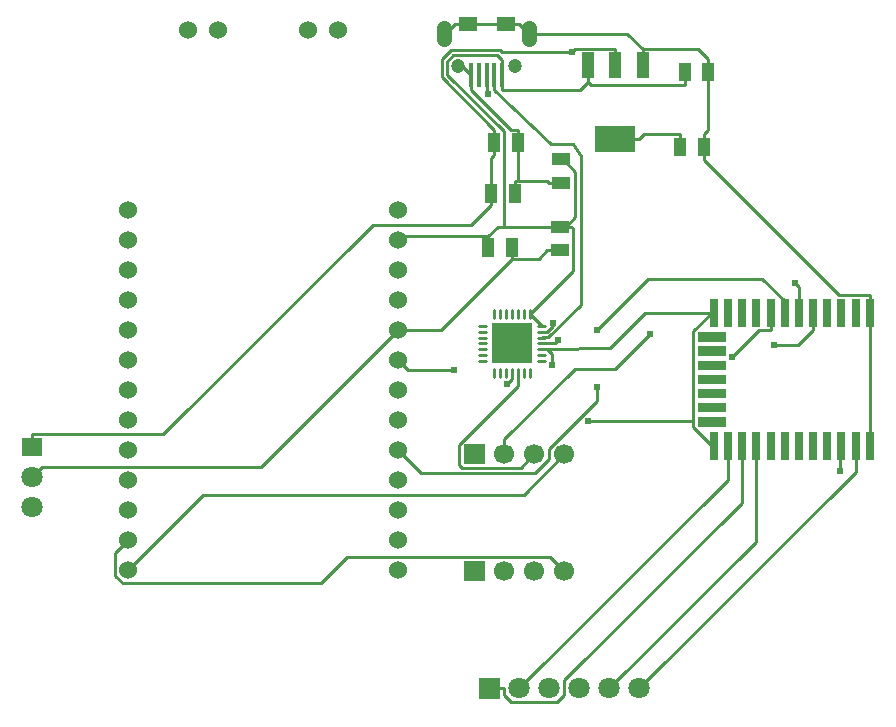
<source format=gtl>
G04 Layer: TopLayer*
G04 EasyEDA v6.4.17, 2021-03-16T21:25:48--4:00*
G04 0817081497994772ae9c6ae74964b192,7db2125e4611476bb2993bf99425ef50,10*
G04 Gerber Generator version 0.2*
G04 Scale: 100 percent, Rotated: No, Reflected: No *
G04 Dimensions in inches *
G04 leading zeros omitted , absolute positions ,3 integer and 6 decimal *
%FSLAX36Y36*%
%MOIN*%

%ADD10C,0.0100*%
%ADD11C,0.0102*%
%ADD12C,0.0110*%
%ADD13C,0.0240*%
%ADD14R,0.0157X0.0787*%
%ADD15R,0.0630X0.0472*%
%ADD16R,0.0315X0.0945*%
%ADD19R,0.0430X0.0850*%
%ADD20R,0.1380X0.0850*%
%ADD21R,0.1378X0.1378*%
%ADD22R,0.0610X0.0394*%
%ADD23C,0.0709*%
%ADD24R,0.0709X0.0620*%
%ADD25C,0.0472*%
%ADD27C,0.0669*%
%ADD28C,0.0600*%
%ADD30C,0.0512*%

%LPD*%
D10*
X3103109Y-4177438D02*
G01*
X3100000Y-4180549D01*
X3100000Y-4260000D01*
D11*
X3197600Y-3673800D02*
G01*
X3096199Y-3673800D01*
X2644399Y-3221999D01*
X2122100Y-3854699D02*
G01*
X2332399Y-3849699D01*
X2450000Y-3735000D01*
X2677910Y-3732559D01*
D10*
X2103428Y-3835010D02*
G01*
X2149989Y-3835010D01*
X2160000Y-3825000D01*
X2961379Y-3732559D02*
G01*
X2961379Y-3646379D01*
X2950000Y-3635000D01*
X1980000Y-4205000D02*
G01*
X1980000Y-4155000D01*
X2215000Y-3920000D01*
X2350000Y-3920000D01*
X2465000Y-3805000D01*
X2290000Y-3980000D02*
G01*
X2290000Y-4025700D01*
X2130000Y-4185700D01*
X2914129Y-3732559D02*
G01*
X2914129Y-3694130D01*
X2840000Y-3620000D01*
X2460000Y-3620000D01*
X2290000Y-3790000D01*
D11*
X2130000Y-4185700D02*
G01*
X2130000Y-4220700D01*
X2083000Y-4267800D01*
X1702799Y-4267800D01*
X1625000Y-4190000D01*
X2004399Y-3552899D02*
G01*
X2094499Y-3552899D01*
X2123000Y-3524400D01*
X1946000Y-2939899D02*
G01*
X1946000Y-2990999D01*
X2135000Y-3170000D01*
X2210000Y-3170000D01*
X2235200Y-3210500D01*
X2235200Y-3706599D01*
X2126400Y-3815300D01*
X2103699Y-3815300D01*
X1625000Y-3890000D02*
G01*
X1659899Y-3924899D01*
X1811300Y-3924899D01*
X725000Y-4490000D02*
G01*
X682399Y-4532600D01*
X682399Y-4609600D01*
X707300Y-4634400D01*
X1367100Y-4634400D01*
X1453599Y-4547900D01*
X2132899Y-4547900D01*
X2180000Y-4595000D01*
X2005000Y-3933699D02*
G01*
X2005000Y-3952199D01*
X1987100Y-3970000D01*
X725000Y-4590000D02*
G01*
X976000Y-4339000D01*
X2046000Y-4339000D01*
X2180000Y-4205000D01*
X2024700Y-3933699D02*
G01*
X2024700Y-3977100D01*
X1828500Y-4173299D01*
X1828500Y-4241799D01*
X1837799Y-4251100D01*
X2033900Y-4251100D01*
X2080000Y-4205000D01*
X2565600Y-3138000D02*
G01*
X2443999Y-3138000D01*
X2430000Y-3151999D01*
X2565600Y-3180000D02*
G01*
X2565600Y-3138000D01*
X2349499Y-3151999D02*
G01*
X2430000Y-3151999D01*
X2430000Y-4985000D02*
G01*
X3150399Y-4264600D01*
X3150399Y-4177500D01*
X2330000Y-4985000D02*
G01*
X2819700Y-4495400D01*
X2819700Y-4177500D01*
X2772399Y-4177500D02*
G01*
X2772399Y-4365400D01*
X2180000Y-4957800D01*
X2180000Y-5008400D01*
X2156499Y-5031900D01*
X2000399Y-5031900D01*
X1976899Y-5008499D01*
X1976899Y-4985000D01*
X1930000Y-4985000D02*
G01*
X1976899Y-4985000D01*
X2030000Y-4985000D02*
G01*
X2725200Y-4289800D01*
X2725200Y-4177500D01*
X2866899Y-3732600D02*
G01*
X2866899Y-3791300D01*
X2740000Y-3880000D02*
G01*
X2828701Y-3791298D01*
X2866899Y-3791298D01*
X2880000Y-3840000D02*
G01*
X2959897Y-3840000D01*
X3008599Y-3791298D01*
X3008599Y-3732600D02*
G01*
X3008599Y-3791300D01*
X2202899Y-3445599D02*
G01*
X2206999Y-3449800D01*
X2206999Y-3594000D01*
X2064099Y-3736900D01*
X2103699Y-3775900D02*
G01*
X2064700Y-3736900D01*
X2064099Y-3736900D01*
X2183900Y-3445599D02*
G01*
X2202899Y-3445599D01*
X2183900Y-3445599D02*
G01*
X2165000Y-3445599D01*
X1925600Y-3515000D02*
G01*
X1925600Y-3477199D01*
X1925600Y-3477199D02*
G01*
X1637899Y-3477199D01*
X1625000Y-3490000D01*
X2580600Y-2930000D02*
G01*
X2580600Y-2971999D01*
X2259499Y-2908000D02*
G01*
X2259499Y-2961999D01*
X1971599Y-2990799D02*
G01*
X2230799Y-2990799D01*
X2259499Y-2961999D01*
X2580600Y-2971999D02*
G01*
X2269499Y-2971999D01*
X2259499Y-2961999D01*
X1971599Y-2939899D02*
G01*
X1971599Y-2990799D01*
X2170000Y-3220599D02*
G01*
X2173699Y-3220599D01*
X2173699Y-3220599D02*
G01*
X2215399Y-3262399D01*
X2215399Y-3414200D01*
X2183900Y-3445599D01*
X1971599Y-2939899D02*
G01*
X1971599Y-2889000D01*
X1976800Y-3445599D02*
G01*
X1976800Y-3128200D01*
X1787600Y-2938899D01*
X1787600Y-2895399D01*
X1809399Y-2873499D01*
X1956099Y-2873499D01*
X1971599Y-2889000D01*
X1925600Y-3477199D02*
G01*
X1957200Y-3445599D01*
X1976800Y-3445599D01*
X1976800Y-3445599D02*
G01*
X2165000Y-3445599D01*
X1920399Y-2939899D02*
G01*
X1920399Y-2990799D01*
X1923500Y-3003899D02*
G01*
X1923500Y-2993800D01*
X1920399Y-2990799D01*
X1945600Y-3206999D02*
G01*
X1935600Y-3216999D01*
X1935600Y-3335000D01*
X1945600Y-3185999D02*
G01*
X1945600Y-3206999D01*
X1945600Y-3185999D02*
G01*
X1945600Y-3165000D01*
X1945600Y-3165000D02*
G01*
X1945600Y-3123000D01*
X2349499Y-2908000D02*
G01*
X2349499Y-2854000D01*
X405000Y-4180000D02*
G01*
X405000Y-4137500D01*
X1935600Y-3335000D02*
G01*
X1935600Y-3372899D01*
X405000Y-4137500D02*
G01*
X842799Y-4137500D01*
X1540299Y-3440000D01*
X1868500Y-3440000D01*
X1935600Y-3372899D01*
X2103699Y-3795599D02*
G01*
X2121700Y-3795599D01*
X2140299Y-3776999D01*
X2140299Y-3768400D01*
X1945600Y-3123000D02*
G01*
X1770900Y-2948200D01*
X1770900Y-2888499D01*
X1802500Y-2856900D01*
X1963699Y-2856900D01*
X1971999Y-2865200D01*
X2205299Y-2865200D01*
X2205299Y-2865200D02*
G01*
X2216499Y-2854000D01*
X2349499Y-2854000D01*
X2165000Y-3524400D02*
G01*
X2123000Y-3524400D01*
X2644399Y-3138000D02*
G01*
X2659399Y-3123000D01*
X2659399Y-2930000D01*
X2644399Y-3180000D02*
G01*
X2644399Y-3138000D01*
X2170000Y-3299400D02*
G01*
X2128000Y-3299400D01*
X2024399Y-3165000D02*
G01*
X2024399Y-3293000D01*
X2128000Y-3299400D02*
G01*
X2121599Y-3293000D01*
X2024399Y-3293000D01*
X2024399Y-3293000D02*
G01*
X2014399Y-3293000D01*
X2014399Y-3314000D02*
G01*
X2014399Y-3293000D01*
X2014399Y-3314000D02*
G01*
X2014399Y-3335000D01*
X2004399Y-3515000D02*
G01*
X2004399Y-3552899D01*
X2440500Y-2854000D02*
G01*
X2625399Y-2854000D01*
X2659399Y-2888000D01*
X2659399Y-2930000D02*
G01*
X2659399Y-2888000D01*
X2440500Y-2858200D02*
G01*
X2440500Y-2854000D01*
X2440500Y-2908000D02*
G01*
X2440500Y-2858200D01*
X3197600Y-4177500D02*
G01*
X3197600Y-3732600D01*
X3197600Y-3732600D02*
G01*
X3197600Y-3673800D01*
X2644399Y-3180000D02*
G01*
X2644399Y-3221999D01*
X2440500Y-2854000D02*
G01*
X2389200Y-2802700D01*
X2062500Y-2802700D01*
X2062500Y-2802700D02*
G01*
X2061199Y-2802700D01*
X2029300Y-2770799D01*
X1777500Y-2802700D02*
G01*
X1781599Y-2802700D01*
X1814200Y-2770100D01*
X1857200Y-2770100D02*
G01*
X1814200Y-2770100D01*
X2007799Y-2770799D02*
G01*
X2029300Y-2770799D01*
X2007799Y-2770799D02*
G01*
X1986300Y-2770799D01*
X1986300Y-2770799D02*
G01*
X1900799Y-2770799D01*
X1900200Y-2770100D01*
X1857200Y-2770100D02*
G01*
X1900200Y-2770100D01*
X2024399Y-3165000D02*
G01*
X2024399Y-3123000D01*
X1824499Y-2909000D02*
G01*
X1838299Y-2909000D01*
X1869200Y-2939899D01*
X1869200Y-2939899D02*
G01*
X1869200Y-2990799D01*
X405000Y-4280000D02*
G01*
X439099Y-4245900D01*
X1169099Y-4245900D01*
X1625000Y-3790000D01*
X2256899Y-4092100D02*
G01*
X2607600Y-4092100D01*
X2677899Y-4177399D02*
G01*
X2670699Y-4177399D01*
X2607600Y-4114299D01*
X2607600Y-4092100D01*
X2607600Y-4092100D02*
G01*
X2607600Y-3795000D01*
X2670100Y-3732600D01*
X2677899Y-3732600D01*
X2137299Y-3906799D02*
G01*
X2137299Y-3869899D01*
X2122100Y-3854699D01*
X2103699Y-3854699D01*
X2004399Y-3552899D02*
G01*
X1767200Y-3790000D01*
X1625000Y-3790000D01*
X2024399Y-3123000D02*
G01*
X2001499Y-3123000D01*
X1869200Y-2990799D01*
D12*
X2064110Y-3945635D02*
G01*
X2064110Y-3921226D01*
X2044409Y-3945635D02*
G01*
X2044409Y-3921226D01*
X2024709Y-3945635D02*
G01*
X2024709Y-3921226D01*
X2005010Y-3945635D02*
G01*
X2005010Y-3921226D01*
X1985309Y-3945635D02*
G01*
X1985309Y-3921226D01*
X1965609Y-3945635D02*
G01*
X1965609Y-3921226D01*
X1945910Y-3945635D02*
G01*
X1945910Y-3921226D01*
X1918784Y-3894110D02*
G01*
X1894376Y-3894110D01*
X1918784Y-3874409D02*
G01*
X1894376Y-3874409D01*
X1918784Y-3854710D02*
G01*
X1894376Y-3854710D01*
X1918784Y-3835010D02*
G01*
X1894376Y-3835010D01*
X1918784Y-3815309D02*
G01*
X1894376Y-3815309D01*
X1918784Y-3795610D02*
G01*
X1894376Y-3795610D01*
X1918784Y-3775909D02*
G01*
X1894376Y-3775909D01*
X1945910Y-3748784D02*
G01*
X1945910Y-3724376D01*
X1965609Y-3748784D02*
G01*
X1965609Y-3724376D01*
X1985309Y-3748784D02*
G01*
X1985309Y-3724376D01*
X2005010Y-3748784D02*
G01*
X2005010Y-3724376D01*
X2024709Y-3748784D02*
G01*
X2024709Y-3724376D01*
X2044409Y-3748784D02*
G01*
X2044409Y-3724376D01*
X2064110Y-3748784D02*
G01*
X2064110Y-3724376D01*
X2115635Y-3775909D02*
G01*
X2091225Y-3775909D01*
X2115635Y-3795610D02*
G01*
X2091225Y-3795610D01*
X2115635Y-3815309D02*
G01*
X2091225Y-3815309D01*
X2115635Y-3835010D02*
G01*
X2091225Y-3835010D01*
X2115635Y-3854710D02*
G01*
X2091225Y-3854710D01*
X2115635Y-3874409D02*
G01*
X2091225Y-3874409D01*
X2115635Y-3894110D02*
G01*
X2091225Y-3894110D01*
D14*
G01*
X1869229Y-2939879D03*
G01*
X1894819Y-2939879D03*
G01*
X1920410Y-2939879D03*
G01*
X1946000Y-2939879D03*
G01*
X1971589Y-2939879D03*
D15*
G01*
X1857179Y-2770120D03*
G01*
X1986260Y-2770760D03*
D16*
G01*
X3197600Y-3732559D03*
G01*
X3150349Y-3732559D03*
G01*
X3103109Y-3732559D03*
G01*
X3055870Y-3732559D03*
G01*
X3008620Y-3732559D03*
G01*
X2961379Y-3732559D03*
G01*
X2914129Y-3732559D03*
G01*
X2866890Y-3732559D03*
G01*
X2819650Y-3732559D03*
G01*
X2772399Y-3732559D03*
G01*
X2725159Y-3732559D03*
G01*
X2677910Y-3732559D03*
G36*
X2625158Y-3797519D02*
G01*
X2719646Y-3797519D01*
X2719646Y-3829016D01*
X2625158Y-3829016D01*
G37*
G36*
X2625158Y-3844764D02*
G01*
X2719646Y-3844764D01*
X2719646Y-3876260D01*
X2625158Y-3876260D01*
G37*
G36*
X2625158Y-3892008D02*
G01*
X2719646Y-3892008D01*
X2719646Y-3923503D01*
X2625158Y-3923503D01*
G37*
G36*
X2625158Y-3939252D02*
G01*
X2719646Y-3939252D01*
X2719646Y-3970747D01*
X2625158Y-3970747D01*
G37*
G36*
X2625158Y-3986496D02*
G01*
X2719646Y-3986496D01*
X2719646Y-4017991D01*
X2625158Y-4017991D01*
G37*
G36*
X2625158Y-4033739D02*
G01*
X2719646Y-4033739D01*
X2719646Y-4065236D01*
X2625158Y-4065236D01*
G37*
G36*
X2625158Y-4080983D02*
G01*
X2719646Y-4080983D01*
X2719646Y-4112478D01*
X2625158Y-4112478D01*
G37*
G01*
X2677910Y-4177440D03*
G01*
X2725159Y-4177440D03*
G01*
X2772399Y-4177440D03*
G01*
X2819650Y-4177440D03*
G01*
X2866890Y-4177440D03*
G01*
X2914129Y-4177440D03*
G01*
X2961379Y-4177440D03*
G01*
X3008620Y-4177440D03*
G01*
X3055870Y-4177440D03*
G01*
X3103109Y-4177440D03*
G01*
X3150349Y-4177440D03*
G01*
X3197600Y-4177440D03*
G36*
X2560945Y-2899488D02*
G01*
X2600315Y-2899488D01*
X2600315Y-2960511D01*
X2560945Y-2960511D01*
G37*
G36*
X2639684Y-2899488D02*
G01*
X2679054Y-2899488D01*
X2679054Y-2960511D01*
X2639684Y-2960511D01*
G37*
D19*
G01*
X2440500Y-2908000D03*
G01*
X2349499Y-2908000D03*
G01*
X2259499Y-2908000D03*
D20*
G01*
X2349499Y-3151999D03*
D21*
G01*
X2005000Y-3835010D03*
D22*
G01*
X2165000Y-3445630D03*
G01*
X2165000Y-3524369D03*
G36*
X1915945Y-3304488D02*
G01*
X1955315Y-3304488D01*
X1955315Y-3365511D01*
X1915945Y-3365511D01*
G37*
G36*
X1994684Y-3304488D02*
G01*
X2034054Y-3304488D01*
X2034054Y-3365511D01*
X1994684Y-3365511D01*
G37*
G36*
X1925945Y-3134488D02*
G01*
X1965315Y-3134488D01*
X1965315Y-3195511D01*
X1925945Y-3195511D01*
G37*
G36*
X2004684Y-3134488D02*
G01*
X2044054Y-3134488D01*
X2044054Y-3195511D01*
X2004684Y-3195511D01*
G37*
G01*
X2170000Y-3220630D03*
G01*
X2170000Y-3299369D03*
G36*
X2545945Y-3149488D02*
G01*
X2585315Y-3149488D01*
X2585315Y-3210511D01*
X2545945Y-3210511D01*
G37*
G36*
X2624684Y-3149488D02*
G01*
X2664054Y-3149488D01*
X2664054Y-3210511D01*
X2624684Y-3210511D01*
G37*
G36*
X1905945Y-3484488D02*
G01*
X1945315Y-3484488D01*
X1945315Y-3545511D01*
X1905945Y-3545511D01*
G37*
G36*
X1984684Y-3484488D02*
G01*
X2024054Y-3484488D01*
X2024054Y-3545511D01*
X1984684Y-3545511D01*
G37*
D23*
G01*
X405000Y-4380000D03*
G01*
X405000Y-4280000D03*
D24*
G01*
X405000Y-4180000D03*
D25*
G01*
X2015469Y-2908989D03*
G01*
X1824530Y-2908989D03*
G36*
X1846535Y-4171534D02*
G01*
X1913464Y-4171534D01*
X1913464Y-4238465D01*
X1846535Y-4238465D01*
G37*
D27*
G01*
X1980000Y-4205000D03*
G01*
X2080000Y-4205000D03*
G01*
X2180000Y-4205000D03*
G36*
X1846535Y-4561534D02*
G01*
X1913464Y-4561534D01*
X1913464Y-4628465D01*
X1846535Y-4628465D01*
G37*
G01*
X1980000Y-4595000D03*
G01*
X2080000Y-4595000D03*
G01*
X2180000Y-4595000D03*
D28*
G01*
X1625000Y-3390000D03*
G01*
X1625000Y-3490000D03*
G01*
X1625000Y-3590000D03*
G01*
X1625000Y-3690000D03*
G01*
X1625000Y-3790000D03*
G01*
X1625000Y-3890000D03*
G01*
X1625000Y-3990000D03*
G01*
X1625000Y-4090000D03*
G01*
X1625000Y-4190000D03*
G01*
X1625000Y-4290000D03*
G01*
X1625000Y-4390000D03*
G01*
X1625000Y-4490000D03*
G01*
X1625000Y-4590000D03*
G01*
X725000Y-3390000D03*
G01*
X725000Y-3490000D03*
G01*
X725000Y-3590000D03*
G01*
X725000Y-3690000D03*
G01*
X725000Y-3790000D03*
G01*
X725000Y-3890000D03*
G01*
X725000Y-3990000D03*
G01*
X725000Y-4090000D03*
G01*
X725000Y-4190000D03*
G01*
X725000Y-4290000D03*
G01*
X725000Y-4390000D03*
G01*
X725000Y-4490000D03*
G01*
X725000Y-4590000D03*
G01*
X1425000Y-2790000D03*
G01*
X1325000Y-2790000D03*
G01*
X1025000Y-2790000D03*
G01*
X925000Y-2790000D03*
D23*
G01*
X2430000Y-4985000D03*
G01*
X2330000Y-4985000D03*
G01*
X2230000Y-4985000D03*
G01*
X2130000Y-4985000D03*
G01*
X2030000Y-4985000D03*
G36*
X1894566Y-4949567D02*
G01*
X1965433Y-4949567D01*
X1965433Y-5020432D01*
X1894566Y-5020432D01*
G37*
D13*
G01*
X2950000Y-3635000D03*
G01*
X2290000Y-3980000D03*
G01*
X2290000Y-3790000D03*
G01*
X2465000Y-3805000D03*
G01*
X1811300Y-3924899D03*
G01*
X1987100Y-3970000D03*
G01*
X2740000Y-3880000D03*
G01*
X2880000Y-3840000D03*
G01*
X2160000Y-3825000D03*
G01*
X1923500Y-3003899D03*
G01*
X2140299Y-3768400D03*
G01*
X2205299Y-2865200D03*
G01*
X2137299Y-3906799D03*
G01*
X2256899Y-4092100D03*
G01*
X3100000Y-4260000D03*
D30*
X1777500Y-2820407D02*
G01*
X1777500Y-2784974D01*
X2062500Y-2820407D02*
G01*
X2062500Y-2784974D01*
M02*

</source>
